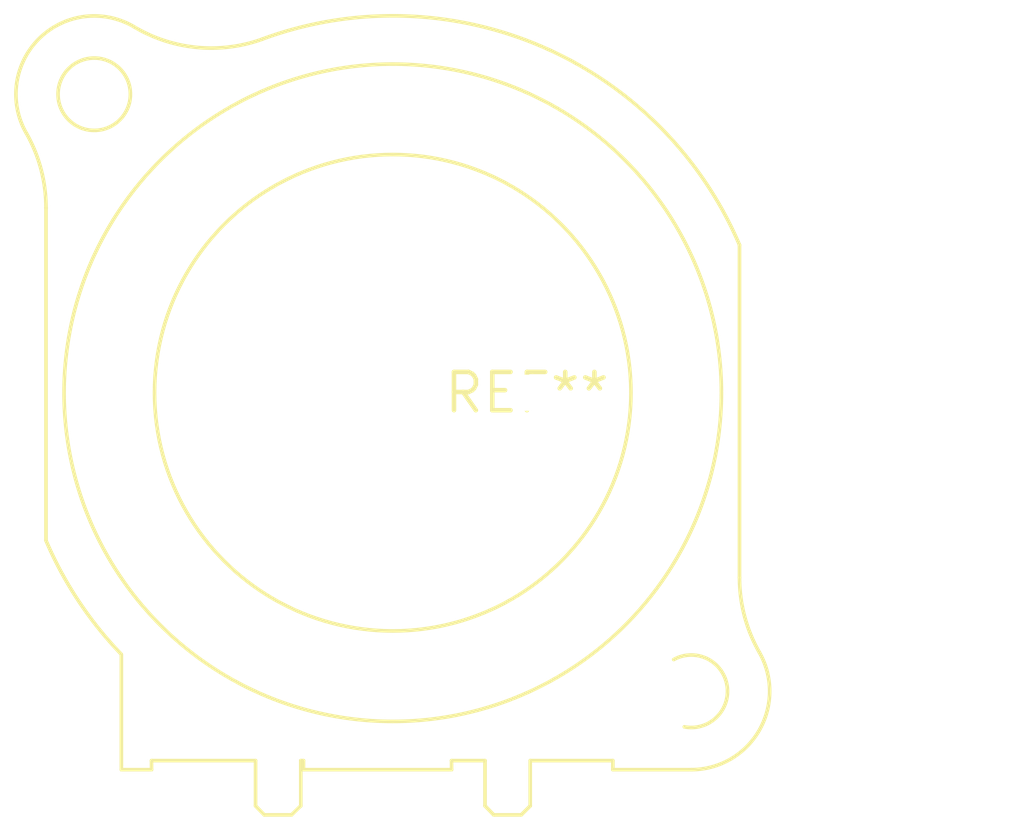
<source format=kicad_pcb>
(kicad_pcb (version 20240108) (generator pcbnew)
  (layers (0 "F.Cu" signal) (31 "B.Cu" signal) (34 "B.Paste" user) (35 "F.Paste" user) (36 "B.SilkS" user "B.Silkscreen") (37 "F.SilkS" user "F.Silkscreen") (38 "B.Mask" user) (39 "F.Mask" user) (44 "Edge.Cuts" user))
  (net 0 "")
  (footprint "Jack_XLR_Neutrik_NC4FBV_Vertical" (layer "F.Cu") (at 0 0)
    (property "Reference" "REF**")
    (property "Value" "Jack_XLR_Neutrik_NC4FBV_Vertical")
    (fp_line (start -15.95 -6.13) (end -15.95 4.9) (layer "F.SilkS") (stroke (width 0.12)))
    (fp_line (start -13.45 8.68) (end -13.45 12.5) (layer "F.SilkS") (stroke (width 0.12)))
    (fp_line (start -12.45 12.2) (end -12.45 12.5) (layer "F.SilkS") (stroke (width 0.12)))
    (fp_line (start -12.45 12.5) (end -13.45 12.5) (layer "F.SilkS") (stroke (width 0.12)))
    (fp_line (start -9 12.2) (end -12.45 12.2) (layer "F.SilkS") (stroke (width 0.12)))
    (fp_line (start -9 12.2) (end -9 13.7) (layer "F.SilkS") (stroke (width 0.12)))
    (fp_line (start -9 13.7) (end -8.71 14) (layer "F.SilkS") (stroke (width 0.12)))
    (fp_line (start -8.71 14) (end -7.81 14) (layer "F.SilkS") (stroke (width 0.12)))
    (fp_line (start -7.5 12.2) (end -7.5 13.7) (layer "F.SilkS") (stroke (width 0.12)))
    (fp_line (start -7.5 13.7) (end -7.81 14) (layer "F.SilkS") (stroke (width 0.12)))
    (fp_line (start -7.41 12.2) (end -7.5 12.2) (layer "F.SilkS") (stroke (width 0.12)))
    (fp_line (start -7.41 12.2) (end -7.41 12.5) (layer "F.SilkS") (stroke (width 0.12)))
    (fp_line (start -2.5 12.2) (end -2.5 12.5) (layer "F.SilkS") (stroke (width 0.12)))
    (fp_line (start -2.5 12.2) (end -1.39 12.2) (layer "F.SilkS") (stroke (width 0.12)))
    (fp_line (start -2.5 12.5) (end -7.41 12.5) (layer "F.SilkS") (stroke (width 0.12)))
    (fp_line (start -1.39 12.2) (end -1.39 13.7) (layer "F.SilkS") (stroke (width 0.12)))
    (fp_line (start -1.39 13.7) (end -1.1 14) (layer "F.SilkS") (stroke (width 0.12)))
    (fp_line (start -1.1 14) (end -0.19 14) (layer "F.SilkS") (stroke (width 0.12)))
    (fp_line (start 0.11 12.2) (end 0.11 13.7) (layer "F.SilkS") (stroke (width 0.12)))
    (fp_line (start 0.11 12.2) (end 2.85 12.2) (layer "F.SilkS") (stroke (width 0.12)))
    (fp_line (start 0.11 13.7) (end -0.19 14) (layer "F.SilkS") (stroke (width 0.12)))
    (fp_line (start 2.85 12.2) (end 2.85 12.5) (layer "F.SilkS") (stroke (width 0.12)))
    (fp_line (start 5.45 12.5) (end 2.85 12.5) (layer "F.SilkS") (stroke (width 0.12)))
    (fp_line (start 7.05 6.13) (end 7.05 -4.9) (layer "F.SilkS") (stroke (width 0.12)))
    (fp_arc (start -16.605678 -8.61403) (mid -16.167892 -11.753934) (end -13.02 -12.13) (layer "F.SilkS") (stroke (width 0.12)))
    (fp_arc (start -16.601888 -8.608607) (mid -16.114437 -7.411781) (end -15.95 -6.13) (layer "F.SilkS") (stroke (width 0.12)))
    (fp_arc (start -13.460471 8.664376) (mid -14.876528 6.89547) (end -15.95 4.9) (layer "F.SilkS") (stroke (width 0.12)))
    (fp_arc (start -8.782378 -11.725634) (mid 0.49884 -11.479067) (end 7.05 -4.9) (layer "F.SilkS") (stroke (width 0.12)))
    (fp_arc (start -8.765808 -11.730188) (mid -10.937772 -11.452682) (end -13.02 -12.13) (layer "F.SilkS") (stroke (width 0.12)))
    (fp_arc (start 4.867701 8.848226) (mid 6.637502 9.712546) (end 5.22 11.08) (layer "F.SilkS") (stroke (width 0.12)))
    (fp_arc (start 7.706842 8.607293) (mid 7.216999 7.411447) (end 7.05 6.13) (layer "F.SilkS") (stroke (width 0.12)))
    (fp_arc (start 7.708442 8.611807) (mid 7.698255 11.20589) (end 5.45 12.5) (layer "F.SilkS") (stroke (width 0.12)))
    (fp_circle (center -14.35 -9.9) (end -13.15 -9.9) (layer "F.SilkS") (stroke (width 0.12)) (fill none))
    (fp_circle (center -4.45 0) (end 3.45 0) (layer "F.SilkS") (stroke (width 0.12)) (fill none))
    (fp_circle (center -4.45 0) (end 6.45 0) (layer "F.SilkS") (stroke (width 0.12)) (fill none))
    (pad "1" thru_hole circle (at 0 0) (size 2.9 2.9) (drill 1.2) (layers *.Cu *.Mask) (remove_unused_layers))
    (pad "2" thru_hole circle (at -1.91 3.81) (size 2.9 2.9) (drill 1.2) (layers *.Cu *.Mask) (remove_unused_layers))
    (pad "3" thru_hole circle (at -6.355 2.54) (size 3.4 3.4) (drill 1.6) (layers *.Cu *.Mask) (remove_unused_layers))
    (pad "4" thru_hole circle (at -8.9 -1.27) (size 2.9 2.9) (drill 1.2) (layers *.Cu *.Mask) (remove_unused_layers))
    (pad "G" thru_hole circle (at 3.805 10.16) (size 2.9 2.9) (drill 1.2) (layers *.Cu *.Mask) (remove_unused_layers))
  )
)
</source>
